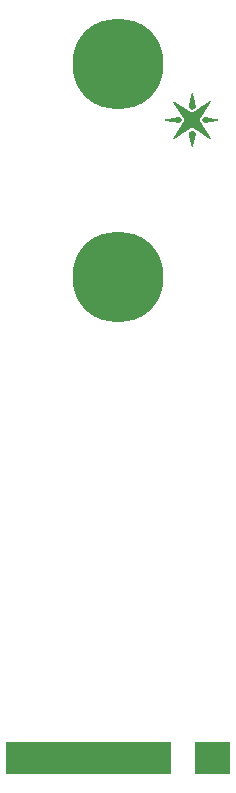
<source format=gts>
G75*
%MOIN*%
%OFA0B0*%
%FSLAX25Y25*%
%IPPOS*%
%LPD*%
%AMOC8*
5,1,8,0,0,1.08239X$1,22.5*
%
%ADD10R,0.02178X0.10643*%
%ADD11C,0.00100*%
%ADD12C,0.30328*%
D10*
X0008363Y0006321D03*
X0010332Y0006321D03*
X0012300Y0006321D03*
X0014269Y0006321D03*
X0016237Y0006321D03*
X0018206Y0006321D03*
X0020174Y0006321D03*
X0022143Y0006321D03*
X0024111Y0006321D03*
X0026080Y0006321D03*
X0028048Y0006321D03*
X0030017Y0006321D03*
X0031986Y0006321D03*
X0033954Y0006321D03*
X0035923Y0006321D03*
X0037891Y0006321D03*
X0039860Y0006321D03*
X0041828Y0006321D03*
X0043797Y0006321D03*
X0045765Y0006321D03*
X0047734Y0006321D03*
X0049702Y0006321D03*
X0051671Y0006321D03*
X0053639Y0006321D03*
X0055608Y0006321D03*
X0057576Y0006321D03*
X0059545Y0006321D03*
X0061513Y0006321D03*
X0071356Y0006321D03*
X0073324Y0006321D03*
X0075293Y0006321D03*
X0077261Y0006321D03*
X0079230Y0006321D03*
X0081198Y0006321D03*
D11*
X0069257Y0210395D02*
X0070257Y0214795D01*
X0069257Y0215495D01*
X0068257Y0214795D01*
X0069257Y0210395D01*
X0069247Y0210441D02*
X0069268Y0210441D01*
X0069290Y0210540D02*
X0069224Y0210540D01*
X0069202Y0210638D02*
X0069312Y0210638D01*
X0069335Y0210737D02*
X0069180Y0210737D01*
X0069157Y0210835D02*
X0069357Y0210835D01*
X0069379Y0210934D02*
X0069135Y0210934D01*
X0069112Y0211032D02*
X0069402Y0211032D01*
X0069424Y0211131D02*
X0069090Y0211131D01*
X0069068Y0211229D02*
X0069447Y0211229D01*
X0069469Y0211328D02*
X0069045Y0211328D01*
X0069023Y0211426D02*
X0069491Y0211426D01*
X0069514Y0211525D02*
X0069000Y0211525D01*
X0068978Y0211623D02*
X0069536Y0211623D01*
X0069559Y0211722D02*
X0068956Y0211722D01*
X0068933Y0211820D02*
X0069581Y0211820D01*
X0069603Y0211919D02*
X0068911Y0211919D01*
X0068889Y0212017D02*
X0069626Y0212017D01*
X0069648Y0212116D02*
X0068866Y0212116D01*
X0068844Y0212214D02*
X0069671Y0212214D01*
X0069693Y0212313D02*
X0068821Y0212313D01*
X0068799Y0212411D02*
X0069715Y0212411D01*
X0069738Y0212510D02*
X0068777Y0212510D01*
X0068754Y0212608D02*
X0069760Y0212608D01*
X0069782Y0212707D02*
X0068732Y0212707D01*
X0068709Y0212805D02*
X0069805Y0212805D01*
X0069827Y0212904D02*
X0068687Y0212904D01*
X0068665Y0213002D02*
X0069850Y0213002D01*
X0069872Y0213101D02*
X0068642Y0213101D01*
X0068620Y0213199D02*
X0069894Y0213199D01*
X0069917Y0213298D02*
X0068597Y0213298D01*
X0068575Y0213396D02*
X0069939Y0213396D01*
X0069962Y0213495D02*
X0068553Y0213495D01*
X0068530Y0213593D02*
X0069984Y0213593D01*
X0070006Y0213692D02*
X0068508Y0213692D01*
X0068486Y0213790D02*
X0070029Y0213790D01*
X0070051Y0213889D02*
X0068463Y0213889D01*
X0068441Y0213987D02*
X0070074Y0213987D01*
X0070096Y0214086D02*
X0068418Y0214086D01*
X0068396Y0214184D02*
X0070118Y0214184D01*
X0070141Y0214283D02*
X0068374Y0214283D01*
X0068351Y0214381D02*
X0070163Y0214381D01*
X0070185Y0214480D02*
X0068329Y0214480D01*
X0068306Y0214578D02*
X0070208Y0214578D01*
X0070230Y0214677D02*
X0068284Y0214677D01*
X0068262Y0214776D02*
X0070253Y0214776D01*
X0070145Y0214874D02*
X0068370Y0214874D01*
X0068510Y0214973D02*
X0070004Y0214973D01*
X0069863Y0215071D02*
X0068651Y0215071D01*
X0068792Y0215170D02*
X0069722Y0215170D01*
X0069582Y0215268D02*
X0068933Y0215268D01*
X0069073Y0215367D02*
X0069441Y0215367D01*
X0069300Y0215465D02*
X0069214Y0215465D01*
X0068576Y0216549D02*
X0065335Y0216549D01*
X0065395Y0216647D02*
X0068726Y0216647D01*
X0068877Y0216746D02*
X0065456Y0216746D01*
X0065516Y0216844D02*
X0069027Y0216844D01*
X0069177Y0216943D02*
X0065577Y0216943D01*
X0065637Y0217041D02*
X0072825Y0217041D01*
X0072887Y0216943D02*
X0069337Y0216943D01*
X0069257Y0216995D02*
X0075457Y0212895D01*
X0071457Y0219195D01*
X0075257Y0225295D01*
X0069257Y0221395D01*
X0063157Y0225195D01*
X0066957Y0219195D01*
X0063157Y0212995D01*
X0069257Y0216995D01*
X0069486Y0216844D02*
X0072950Y0216844D01*
X0073012Y0216746D02*
X0069634Y0216746D01*
X0069783Y0216647D02*
X0073075Y0216647D01*
X0073138Y0216549D02*
X0069932Y0216549D01*
X0070081Y0216450D02*
X0073200Y0216450D01*
X0073263Y0216352D02*
X0070230Y0216352D01*
X0070379Y0216253D02*
X0073325Y0216253D01*
X0073388Y0216155D02*
X0070528Y0216155D01*
X0070677Y0216056D02*
X0073450Y0216056D01*
X0073513Y0215958D02*
X0070826Y0215958D01*
X0070975Y0215859D02*
X0073575Y0215859D01*
X0073638Y0215761D02*
X0071124Y0215761D01*
X0071273Y0215662D02*
X0073700Y0215662D01*
X0073763Y0215564D02*
X0071422Y0215564D01*
X0071571Y0215465D02*
X0073826Y0215465D01*
X0073888Y0215367D02*
X0071720Y0215367D01*
X0071869Y0215268D02*
X0073951Y0215268D01*
X0074013Y0215170D02*
X0072018Y0215170D01*
X0072167Y0215071D02*
X0074076Y0215071D01*
X0074138Y0214973D02*
X0072316Y0214973D01*
X0072465Y0214874D02*
X0074201Y0214874D01*
X0074263Y0214776D02*
X0072614Y0214776D01*
X0072763Y0214677D02*
X0074326Y0214677D01*
X0074388Y0214578D02*
X0072912Y0214578D01*
X0073061Y0214480D02*
X0074451Y0214480D01*
X0074514Y0214381D02*
X0073210Y0214381D01*
X0073359Y0214283D02*
X0074576Y0214283D01*
X0074639Y0214184D02*
X0073508Y0214184D01*
X0073657Y0214086D02*
X0074701Y0214086D01*
X0074764Y0213987D02*
X0073806Y0213987D01*
X0073955Y0213889D02*
X0074826Y0213889D01*
X0074889Y0213790D02*
X0074104Y0213790D01*
X0074253Y0213692D02*
X0074951Y0213692D01*
X0075014Y0213593D02*
X0074401Y0213593D01*
X0074550Y0213495D02*
X0075076Y0213495D01*
X0075139Y0213396D02*
X0074699Y0213396D01*
X0074848Y0213298D02*
X0075202Y0213298D01*
X0075264Y0213199D02*
X0074997Y0213199D01*
X0075146Y0213101D02*
X0075327Y0213101D01*
X0075295Y0213002D02*
X0075389Y0213002D01*
X0075444Y0212904D02*
X0075452Y0212904D01*
X0072762Y0217140D02*
X0065697Y0217140D01*
X0065758Y0217238D02*
X0072700Y0217238D01*
X0072637Y0217337D02*
X0065818Y0217337D01*
X0065878Y0217435D02*
X0072575Y0217435D01*
X0072512Y0217534D02*
X0065939Y0217534D01*
X0065999Y0217632D02*
X0072450Y0217632D01*
X0072387Y0217731D02*
X0066060Y0217731D01*
X0066120Y0217829D02*
X0072324Y0217829D01*
X0072262Y0217928D02*
X0066180Y0217928D01*
X0066241Y0218026D02*
X0072199Y0218026D01*
X0072137Y0218125D02*
X0066301Y0218125D01*
X0066362Y0218223D02*
X0072074Y0218223D01*
X0072012Y0218322D02*
X0066422Y0218322D01*
X0066482Y0218420D02*
X0071949Y0218420D01*
X0071887Y0218519D02*
X0066543Y0218519D01*
X0066603Y0218617D02*
X0071824Y0218617D01*
X0071761Y0218716D02*
X0066663Y0218716D01*
X0066724Y0218814D02*
X0071699Y0218814D01*
X0071636Y0218913D02*
X0066784Y0218913D01*
X0066845Y0219012D02*
X0071574Y0219012D01*
X0071511Y0219110D02*
X0066905Y0219110D01*
X0066949Y0219209D02*
X0071465Y0219209D01*
X0071527Y0219307D02*
X0066886Y0219307D01*
X0066824Y0219406D02*
X0071588Y0219406D01*
X0071650Y0219504D02*
X0066762Y0219504D01*
X0066699Y0219603D02*
X0071711Y0219603D01*
X0071772Y0219701D02*
X0066637Y0219701D01*
X0066574Y0219800D02*
X0071834Y0219800D01*
X0071895Y0219898D02*
X0066512Y0219898D01*
X0066450Y0219997D02*
X0071956Y0219997D01*
X0072018Y0220095D02*
X0066387Y0220095D01*
X0066325Y0220194D02*
X0072079Y0220194D01*
X0072140Y0220292D02*
X0066262Y0220292D01*
X0066200Y0220391D02*
X0072202Y0220391D01*
X0072263Y0220489D02*
X0066138Y0220489D01*
X0066075Y0220588D02*
X0072325Y0220588D01*
X0072386Y0220686D02*
X0066013Y0220686D01*
X0065951Y0220785D02*
X0072447Y0220785D01*
X0072509Y0220883D02*
X0065888Y0220883D01*
X0065826Y0220982D02*
X0072570Y0220982D01*
X0072631Y0221080D02*
X0065763Y0221080D01*
X0065701Y0221179D02*
X0072693Y0221179D01*
X0072754Y0221277D02*
X0065639Y0221277D01*
X0065576Y0221376D02*
X0072816Y0221376D01*
X0072877Y0221474D02*
X0069379Y0221474D01*
X0069530Y0221573D02*
X0072938Y0221573D01*
X0073000Y0221671D02*
X0069682Y0221671D01*
X0069833Y0221770D02*
X0073061Y0221770D01*
X0073122Y0221868D02*
X0069985Y0221868D01*
X0070137Y0221967D02*
X0073184Y0221967D01*
X0073245Y0222065D02*
X0070288Y0222065D01*
X0070440Y0222164D02*
X0073306Y0222164D01*
X0073368Y0222262D02*
X0070591Y0222262D01*
X0070743Y0222361D02*
X0073429Y0222361D01*
X0073491Y0222459D02*
X0070894Y0222459D01*
X0071046Y0222558D02*
X0073552Y0222558D01*
X0073613Y0222656D02*
X0071197Y0222656D01*
X0071349Y0222755D02*
X0073675Y0222755D01*
X0073736Y0222853D02*
X0071501Y0222853D01*
X0071652Y0222952D02*
X0073797Y0222952D01*
X0073859Y0223050D02*
X0071804Y0223050D01*
X0071955Y0223149D02*
X0073920Y0223149D01*
X0073981Y0223247D02*
X0072107Y0223247D01*
X0072258Y0223346D02*
X0074043Y0223346D01*
X0074104Y0223445D02*
X0072410Y0223445D01*
X0072561Y0223543D02*
X0074166Y0223543D01*
X0074227Y0223642D02*
X0072713Y0223642D01*
X0072865Y0223740D02*
X0074288Y0223740D01*
X0074350Y0223839D02*
X0073016Y0223839D01*
X0073168Y0223937D02*
X0074411Y0223937D01*
X0074472Y0224036D02*
X0073319Y0224036D01*
X0073471Y0224134D02*
X0074534Y0224134D01*
X0074595Y0224233D02*
X0073622Y0224233D01*
X0073774Y0224331D02*
X0074657Y0224331D01*
X0074718Y0224430D02*
X0073925Y0224430D01*
X0074077Y0224528D02*
X0074779Y0224528D01*
X0074841Y0224627D02*
X0074229Y0224627D01*
X0074380Y0224725D02*
X0074902Y0224725D01*
X0074963Y0224824D02*
X0074532Y0224824D01*
X0074683Y0224922D02*
X0075025Y0224922D01*
X0075086Y0225021D02*
X0074835Y0225021D01*
X0074986Y0225119D02*
X0075147Y0225119D01*
X0075138Y0225218D02*
X0075209Y0225218D01*
X0073939Y0219997D02*
X0073391Y0219997D01*
X0073457Y0220095D02*
X0073458Y0220095D01*
X0073457Y0220095D02*
X0077857Y0219195D01*
X0073457Y0218295D01*
X0072857Y0219195D01*
X0073457Y0220095D01*
X0073326Y0219898D02*
X0074421Y0219898D01*
X0074903Y0219800D02*
X0073260Y0219800D01*
X0073194Y0219701D02*
X0075384Y0219701D01*
X0075866Y0219603D02*
X0073129Y0219603D01*
X0073063Y0219504D02*
X0076348Y0219504D01*
X0076829Y0219406D02*
X0072997Y0219406D01*
X0072932Y0219307D02*
X0077311Y0219307D01*
X0077440Y0219110D02*
X0072914Y0219110D01*
X0072866Y0219209D02*
X0077792Y0219209D01*
X0076959Y0219012D02*
X0072980Y0219012D01*
X0073045Y0218913D02*
X0076477Y0218913D01*
X0075995Y0218814D02*
X0073111Y0218814D01*
X0073177Y0218716D02*
X0075514Y0218716D01*
X0075032Y0218617D02*
X0073242Y0218617D01*
X0073308Y0218519D02*
X0074551Y0218519D01*
X0074069Y0218420D02*
X0073374Y0218420D01*
X0073439Y0218322D02*
X0073587Y0218322D01*
X0070257Y0223395D02*
X0069257Y0227995D01*
X0068257Y0223395D01*
X0069257Y0222795D01*
X0070257Y0223395D01*
X0070246Y0223445D02*
X0068268Y0223445D01*
X0068289Y0223543D02*
X0070225Y0223543D01*
X0070204Y0223642D02*
X0068311Y0223642D01*
X0068332Y0223740D02*
X0070182Y0223740D01*
X0070161Y0223839D02*
X0068354Y0223839D01*
X0068375Y0223937D02*
X0070139Y0223937D01*
X0070118Y0224036D02*
X0068396Y0224036D01*
X0068418Y0224134D02*
X0070097Y0224134D01*
X0070075Y0224233D02*
X0068439Y0224233D01*
X0068461Y0224331D02*
X0070054Y0224331D01*
X0070032Y0224430D02*
X0068482Y0224430D01*
X0068503Y0224528D02*
X0070011Y0224528D01*
X0069989Y0224627D02*
X0068525Y0224627D01*
X0068546Y0224725D02*
X0069968Y0224725D01*
X0069947Y0224824D02*
X0068568Y0224824D01*
X0068589Y0224922D02*
X0069925Y0224922D01*
X0069904Y0225021D02*
X0068611Y0225021D01*
X0068632Y0225119D02*
X0069882Y0225119D01*
X0069861Y0225218D02*
X0068653Y0225218D01*
X0068675Y0225316D02*
X0069840Y0225316D01*
X0069818Y0225415D02*
X0068696Y0225415D01*
X0068718Y0225513D02*
X0069797Y0225513D01*
X0069775Y0225612D02*
X0068739Y0225612D01*
X0068760Y0225710D02*
X0069754Y0225710D01*
X0069732Y0225809D02*
X0068782Y0225809D01*
X0068803Y0225907D02*
X0069711Y0225907D01*
X0069690Y0226006D02*
X0068825Y0226006D01*
X0068846Y0226104D02*
X0069668Y0226104D01*
X0069647Y0226203D02*
X0068868Y0226203D01*
X0068889Y0226301D02*
X0069625Y0226301D01*
X0069604Y0226400D02*
X0068910Y0226400D01*
X0068932Y0226498D02*
X0069583Y0226498D01*
X0069561Y0226597D02*
X0068953Y0226597D01*
X0068975Y0226695D02*
X0069540Y0226695D01*
X0069518Y0226794D02*
X0068996Y0226794D01*
X0069017Y0226892D02*
X0069497Y0226892D01*
X0069476Y0226991D02*
X0069039Y0226991D01*
X0069060Y0227089D02*
X0069454Y0227089D01*
X0069433Y0227188D02*
X0069082Y0227188D01*
X0069103Y0227286D02*
X0069411Y0227286D01*
X0069390Y0227385D02*
X0069124Y0227385D01*
X0069146Y0227483D02*
X0069368Y0227483D01*
X0069347Y0227582D02*
X0069167Y0227582D01*
X0069189Y0227680D02*
X0069326Y0227680D01*
X0069304Y0227779D02*
X0069210Y0227779D01*
X0069232Y0227878D02*
X0069283Y0227878D01*
X0069261Y0227976D02*
X0069253Y0227976D01*
X0068339Y0223346D02*
X0070175Y0223346D01*
X0070011Y0223247D02*
X0068503Y0223247D01*
X0068668Y0223149D02*
X0069847Y0223149D01*
X0069682Y0223050D02*
X0068832Y0223050D01*
X0068996Y0222952D02*
X0069518Y0222952D01*
X0069354Y0222853D02*
X0069160Y0222853D01*
X0068498Y0221868D02*
X0065264Y0221868D01*
X0065327Y0221770D02*
X0068656Y0221770D01*
X0068814Y0221671D02*
X0065389Y0221671D01*
X0065451Y0221573D02*
X0068972Y0221573D01*
X0069130Y0221474D02*
X0065514Y0221474D01*
X0065202Y0221967D02*
X0068340Y0221967D01*
X0068182Y0222065D02*
X0065139Y0222065D01*
X0065077Y0222164D02*
X0068023Y0222164D01*
X0067865Y0222262D02*
X0065015Y0222262D01*
X0064952Y0222361D02*
X0067707Y0222361D01*
X0067549Y0222459D02*
X0064890Y0222459D01*
X0064827Y0222558D02*
X0067391Y0222558D01*
X0067233Y0222656D02*
X0064765Y0222656D01*
X0064703Y0222755D02*
X0067075Y0222755D01*
X0066916Y0222853D02*
X0064640Y0222853D01*
X0064578Y0222952D02*
X0066758Y0222952D01*
X0066600Y0223050D02*
X0064516Y0223050D01*
X0064453Y0223149D02*
X0066442Y0223149D01*
X0066284Y0223247D02*
X0064391Y0223247D01*
X0064328Y0223346D02*
X0066126Y0223346D01*
X0065968Y0223445D02*
X0064266Y0223445D01*
X0064204Y0223543D02*
X0065809Y0223543D01*
X0065651Y0223642D02*
X0064141Y0223642D01*
X0064079Y0223740D02*
X0065493Y0223740D01*
X0065335Y0223839D02*
X0064016Y0223839D01*
X0063954Y0223937D02*
X0065177Y0223937D01*
X0065019Y0224036D02*
X0063892Y0224036D01*
X0063829Y0224134D02*
X0064861Y0224134D01*
X0064703Y0224233D02*
X0063767Y0224233D01*
X0063704Y0224331D02*
X0064544Y0224331D01*
X0064386Y0224430D02*
X0063642Y0224430D01*
X0063580Y0224528D02*
X0064228Y0224528D01*
X0064070Y0224627D02*
X0063517Y0224627D01*
X0063455Y0224725D02*
X0063912Y0224725D01*
X0063754Y0224824D02*
X0063393Y0224824D01*
X0063330Y0224922D02*
X0063596Y0224922D01*
X0063437Y0225021D02*
X0063268Y0225021D01*
X0063279Y0225119D02*
X0063205Y0225119D01*
X0064049Y0219898D02*
X0065189Y0219898D01*
X0065254Y0219800D02*
X0063546Y0219800D01*
X0063042Y0219701D02*
X0065320Y0219701D01*
X0065386Y0219603D02*
X0062539Y0219603D01*
X0062035Y0219504D02*
X0065451Y0219504D01*
X0065517Y0219406D02*
X0061532Y0219406D01*
X0061396Y0219012D02*
X0065535Y0219012D01*
X0065600Y0219110D02*
X0060893Y0219110D01*
X0061028Y0219307D02*
X0065583Y0219307D01*
X0065648Y0219209D02*
X0060525Y0219209D01*
X0060457Y0219195D02*
X0065057Y0220095D01*
X0065056Y0220095D01*
X0065057Y0220095D02*
X0065657Y0219195D01*
X0065057Y0218295D01*
X0060457Y0219195D01*
X0061900Y0218913D02*
X0065469Y0218913D01*
X0065403Y0218814D02*
X0062403Y0218814D01*
X0062907Y0218716D02*
X0065338Y0218716D01*
X0065272Y0218617D02*
X0063410Y0218617D01*
X0063914Y0218519D02*
X0065206Y0218519D01*
X0065141Y0218420D02*
X0064417Y0218420D01*
X0064921Y0218322D02*
X0065075Y0218322D01*
X0065123Y0219997D02*
X0064553Y0219997D01*
X0065275Y0216450D02*
X0068426Y0216450D01*
X0068276Y0216352D02*
X0065214Y0216352D01*
X0065154Y0216253D02*
X0068125Y0216253D01*
X0067975Y0216155D02*
X0065094Y0216155D01*
X0065033Y0216056D02*
X0067825Y0216056D01*
X0067675Y0215958D02*
X0064973Y0215958D01*
X0064912Y0215859D02*
X0067525Y0215859D01*
X0067374Y0215761D02*
X0064852Y0215761D01*
X0064792Y0215662D02*
X0067224Y0215662D01*
X0067074Y0215564D02*
X0064731Y0215564D01*
X0064671Y0215465D02*
X0066924Y0215465D01*
X0066773Y0215367D02*
X0064611Y0215367D01*
X0064550Y0215268D02*
X0066623Y0215268D01*
X0066473Y0215170D02*
X0064490Y0215170D01*
X0064429Y0215071D02*
X0066323Y0215071D01*
X0066172Y0214973D02*
X0064369Y0214973D01*
X0064309Y0214874D02*
X0066022Y0214874D01*
X0065872Y0214776D02*
X0064248Y0214776D01*
X0064188Y0214677D02*
X0065722Y0214677D01*
X0065572Y0214578D02*
X0064128Y0214578D01*
X0064067Y0214480D02*
X0065421Y0214480D01*
X0065271Y0214381D02*
X0064007Y0214381D01*
X0063946Y0214283D02*
X0065121Y0214283D01*
X0064971Y0214184D02*
X0063886Y0214184D01*
X0063826Y0214086D02*
X0064820Y0214086D01*
X0064670Y0213987D02*
X0063765Y0213987D01*
X0063705Y0213889D02*
X0064520Y0213889D01*
X0064370Y0213790D02*
X0063645Y0213790D01*
X0063584Y0213692D02*
X0064220Y0213692D01*
X0064069Y0213593D02*
X0063524Y0213593D01*
X0063463Y0213495D02*
X0063919Y0213495D01*
X0063769Y0213396D02*
X0063403Y0213396D01*
X0063343Y0213298D02*
X0063619Y0213298D01*
X0063468Y0213199D02*
X0063282Y0213199D01*
X0063318Y0213101D02*
X0063222Y0213101D01*
X0063168Y0213002D02*
X0063161Y0213002D01*
D12*
X0044781Y0237620D03*
X0044781Y0166754D03*
M02*

</source>
